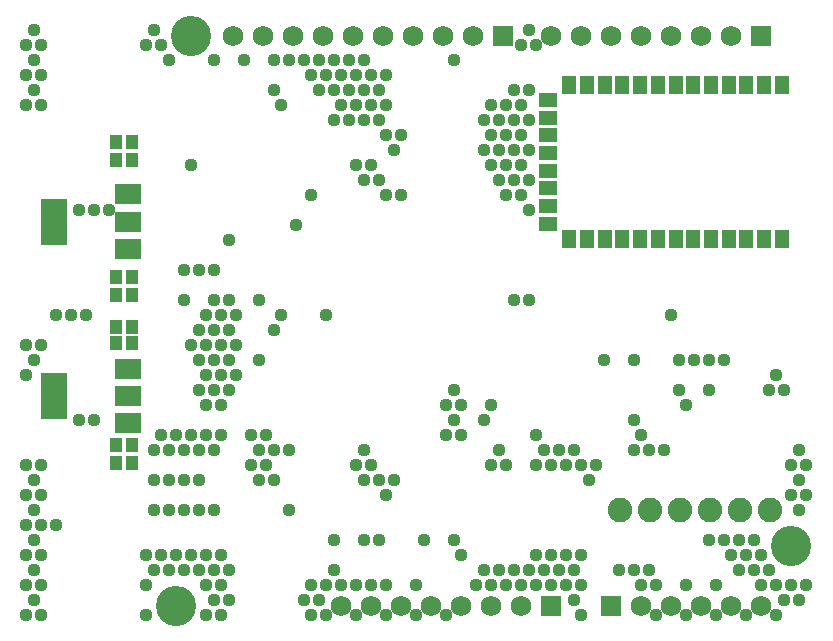
<source format=gbs>
G04 Layer_Color=16711935*
%FSLAX25Y25*%
%MOIN*%
G70*
G01*
G75*
%ADD57R,0.04343X0.04737*%
%ADD70R,0.06800X0.06800*%
%ADD71C,0.06800*%
%ADD72C,0.08200*%
%ADD73C,0.13398*%
%ADD74C,0.04400*%
%ADD75R,0.08674X0.06706*%
%ADD76R,0.08674X0.15761*%
%ADD77R,0.04737X0.05918*%
%ADD78R,0.05918X0.04737*%
D57*
X34866Y103000D02*
D03*
X40181D02*
D03*
X34866Y97500D02*
D03*
X40181D02*
D03*
X34866Y57500D02*
D03*
X40181D02*
D03*
X34866Y63500D02*
D03*
X40181D02*
D03*
X34866Y158500D02*
D03*
X40181D02*
D03*
X34866Y164500D02*
D03*
X40181D02*
D03*
X34843Y119500D02*
D03*
X40157D02*
D03*
X34843Y113500D02*
D03*
X40157D02*
D03*
D70*
X200000Y10000D02*
D03*
X180000D02*
D03*
X164000Y200000D02*
D03*
X250000D02*
D03*
D71*
X210000Y10000D02*
D03*
X220000D02*
D03*
X230000D02*
D03*
X240000D02*
D03*
X250000D02*
D03*
X150000D02*
D03*
X140000D02*
D03*
X130000D02*
D03*
X120000D02*
D03*
X110000D02*
D03*
X170000D02*
D03*
X160000D02*
D03*
X154000Y200000D02*
D03*
X144000D02*
D03*
X134000D02*
D03*
X124000D02*
D03*
X114000D02*
D03*
X104000D02*
D03*
X94000D02*
D03*
X84000D02*
D03*
X74000D02*
D03*
X230000D02*
D03*
X240000D02*
D03*
X180000D02*
D03*
X190000D02*
D03*
X200000D02*
D03*
X210000D02*
D03*
X220000D02*
D03*
D72*
X203000Y42000D02*
D03*
X213000D02*
D03*
X223000D02*
D03*
X233000D02*
D03*
X243000D02*
D03*
X253000D02*
D03*
D73*
X260000Y30000D02*
D03*
X55000Y10000D02*
D03*
X60000Y200000D02*
D03*
D74*
X265000Y57000D02*
D03*
Y47000D02*
D03*
Y17000D02*
D03*
X262500Y62000D02*
D03*
X260000Y57000D02*
D03*
X262500Y52000D02*
D03*
X260000Y47000D02*
D03*
X262500Y42000D02*
D03*
X260000Y17000D02*
D03*
X262500Y12000D02*
D03*
X255000Y87000D02*
D03*
X257500Y82000D02*
D03*
X255000Y17000D02*
D03*
X257500Y12000D02*
D03*
X255000Y7000D02*
D03*
X252500Y82000D02*
D03*
X250000Y27000D02*
D03*
X252500Y22000D02*
D03*
X250000Y17000D02*
D03*
X247500Y32000D02*
D03*
X245000Y27000D02*
D03*
X247500Y22000D02*
D03*
X245000Y7000D02*
D03*
X242500Y32000D02*
D03*
X240000Y27000D02*
D03*
X242500Y22000D02*
D03*
X237500Y92000D02*
D03*
Y32000D02*
D03*
X235000Y17000D02*
D03*
Y7000D02*
D03*
X232500Y92000D02*
D03*
Y82000D02*
D03*
Y32000D02*
D03*
X227500Y92000D02*
D03*
X225000Y77000D02*
D03*
Y17000D02*
D03*
Y7000D02*
D03*
X220000Y107000D02*
D03*
X222500Y92000D02*
D03*
Y82000D02*
D03*
X217500Y62000D02*
D03*
X215000Y17000D02*
D03*
Y7000D02*
D03*
X210000Y67000D02*
D03*
X212500Y62000D02*
D03*
Y22000D02*
D03*
X210000Y17000D02*
D03*
X207500Y92000D02*
D03*
Y72000D02*
D03*
Y62000D02*
D03*
Y22000D02*
D03*
X202500D02*
D03*
X197500Y92000D02*
D03*
X195000Y57000D02*
D03*
X190000D02*
D03*
X192500Y52000D02*
D03*
X190000Y27000D02*
D03*
Y17000D02*
D03*
Y7000D02*
D03*
X187500Y62000D02*
D03*
X185000Y57000D02*
D03*
Y27000D02*
D03*
X187500Y22000D02*
D03*
X185000Y17000D02*
D03*
X187500Y12000D02*
D03*
X182500Y62000D02*
D03*
X180000Y57000D02*
D03*
Y27000D02*
D03*
X182500Y22000D02*
D03*
X180000Y17000D02*
D03*
X175000Y197000D02*
D03*
Y67000D02*
D03*
X177500Y62000D02*
D03*
X175000Y57000D02*
D03*
Y27000D02*
D03*
X177500Y22000D02*
D03*
X175000Y17000D02*
D03*
X172500Y202000D02*
D03*
X170000Y197000D02*
D03*
X172500Y182000D02*
D03*
X170000Y177000D02*
D03*
X172500Y172000D02*
D03*
X170000Y167000D02*
D03*
X172500Y162000D02*
D03*
X170000Y157000D02*
D03*
X172500Y152000D02*
D03*
X170000Y147000D02*
D03*
X172500Y142000D02*
D03*
Y112000D02*
D03*
Y22000D02*
D03*
X170000Y17000D02*
D03*
X167500Y182000D02*
D03*
X165000Y177000D02*
D03*
X167500Y172000D02*
D03*
X165000Y167000D02*
D03*
X167500Y162000D02*
D03*
X165000Y157000D02*
D03*
X167500Y152000D02*
D03*
X165000Y147000D02*
D03*
X167500Y112000D02*
D03*
X165000Y57000D02*
D03*
X167500Y22000D02*
D03*
X165000Y17000D02*
D03*
X160000Y177000D02*
D03*
X162500Y172000D02*
D03*
X160000Y167000D02*
D03*
X162500Y162000D02*
D03*
X160000Y157000D02*
D03*
X162500Y152000D02*
D03*
X160000Y77000D02*
D03*
X162500Y62000D02*
D03*
X160000Y57000D02*
D03*
X162500Y22000D02*
D03*
X160000Y17000D02*
D03*
X157500Y172000D02*
D03*
Y162000D02*
D03*
Y72000D02*
D03*
Y22000D02*
D03*
X155000Y17000D02*
D03*
X150000Y77000D02*
D03*
Y67000D02*
D03*
Y27000D02*
D03*
X147500Y192000D02*
D03*
Y82000D02*
D03*
X145000Y77000D02*
D03*
X147500Y72000D02*
D03*
X145000Y67000D02*
D03*
X147500Y32000D02*
D03*
X145000Y7000D02*
D03*
X137500Y32000D02*
D03*
X135000Y17000D02*
D03*
Y7000D02*
D03*
X130000Y167000D02*
D03*
Y147000D02*
D03*
X125000Y187000D02*
D03*
Y177000D02*
D03*
Y167000D02*
D03*
X127500Y162000D02*
D03*
X125000Y147000D02*
D03*
X127500Y52000D02*
D03*
X125000Y47000D02*
D03*
Y17000D02*
D03*
Y7000D02*
D03*
X120000Y187000D02*
D03*
X122500Y182000D02*
D03*
X120000Y177000D02*
D03*
X122500Y172000D02*
D03*
X120000Y157000D02*
D03*
X122500Y152000D02*
D03*
X120000Y57000D02*
D03*
X122500Y52000D02*
D03*
Y32000D02*
D03*
X120000Y17000D02*
D03*
X117500Y192000D02*
D03*
X115000Y187000D02*
D03*
X117500Y182000D02*
D03*
X115000Y177000D02*
D03*
X117500Y172000D02*
D03*
X115000Y157000D02*
D03*
X117500Y152000D02*
D03*
Y62000D02*
D03*
X115000Y57000D02*
D03*
X117500Y52000D02*
D03*
Y32000D02*
D03*
X115000Y17000D02*
D03*
Y7000D02*
D03*
X112500Y192000D02*
D03*
X110000Y187000D02*
D03*
X112500Y182000D02*
D03*
X110000Y177000D02*
D03*
X112500Y172000D02*
D03*
X110000Y17000D02*
D03*
X107500Y192000D02*
D03*
X105000Y187000D02*
D03*
X107500Y182000D02*
D03*
Y172000D02*
D03*
X105000Y107000D02*
D03*
X107500Y32000D02*
D03*
Y22000D02*
D03*
X105000Y17000D02*
D03*
Y7000D02*
D03*
X102500Y192000D02*
D03*
X100000Y187000D02*
D03*
X102500Y182000D02*
D03*
X100000Y147000D02*
D03*
Y17000D02*
D03*
X102500Y12000D02*
D03*
X100000Y7000D02*
D03*
X97500Y192000D02*
D03*
X95000Y137000D02*
D03*
X97500Y12000D02*
D03*
X92500Y192000D02*
D03*
X90000Y177000D02*
D03*
Y107000D02*
D03*
X92500Y62000D02*
D03*
Y42000D02*
D03*
X87500Y192000D02*
D03*
Y182000D02*
D03*
Y102000D02*
D03*
X85000Y67000D02*
D03*
X87500Y62000D02*
D03*
X85000Y57000D02*
D03*
X87500Y52000D02*
D03*
X82500Y112000D02*
D03*
Y92000D02*
D03*
X80000Y67000D02*
D03*
X82500Y62000D02*
D03*
X80000Y57000D02*
D03*
X82500Y52000D02*
D03*
X77500Y192000D02*
D03*
X75000Y107000D02*
D03*
Y97000D02*
D03*
Y87000D02*
D03*
X72500Y132000D02*
D03*
Y112000D02*
D03*
X70000Y107000D02*
D03*
X72500Y102000D02*
D03*
X70000Y97000D02*
D03*
X72500Y92000D02*
D03*
X70000Y87000D02*
D03*
X72500Y82000D02*
D03*
X70000Y77000D02*
D03*
Y67000D02*
D03*
Y27000D02*
D03*
X72500Y22000D02*
D03*
X70000Y17000D02*
D03*
X72500Y12000D02*
D03*
X70000Y7000D02*
D03*
X67500Y192000D02*
D03*
Y122000D02*
D03*
Y112000D02*
D03*
X65000Y107000D02*
D03*
X67500Y102000D02*
D03*
X65000Y97000D02*
D03*
X67500Y92000D02*
D03*
X65000Y87000D02*
D03*
X67500Y82000D02*
D03*
X65000Y77000D02*
D03*
Y67000D02*
D03*
X67500Y62000D02*
D03*
Y42000D02*
D03*
X65000Y27000D02*
D03*
X67500Y22000D02*
D03*
X65000Y17000D02*
D03*
X67500Y12000D02*
D03*
X65000Y7000D02*
D03*
X60000Y157000D02*
D03*
X62500Y122000D02*
D03*
Y102000D02*
D03*
X60000Y97000D02*
D03*
X62500Y92000D02*
D03*
Y82000D02*
D03*
X60000Y67000D02*
D03*
X62500Y62000D02*
D03*
Y52000D02*
D03*
Y42000D02*
D03*
X60000Y27000D02*
D03*
X62500Y22000D02*
D03*
X57500Y122000D02*
D03*
Y112000D02*
D03*
X55000Y67000D02*
D03*
X57500Y62000D02*
D03*
Y52000D02*
D03*
Y42000D02*
D03*
X55000Y27000D02*
D03*
X57500Y22000D02*
D03*
X50000Y197000D02*
D03*
X52500Y192000D02*
D03*
X50000Y67000D02*
D03*
X52500Y62000D02*
D03*
Y52000D02*
D03*
Y42000D02*
D03*
X50000Y27000D02*
D03*
X52500Y22000D02*
D03*
X47500Y202000D02*
D03*
X45000Y197000D02*
D03*
X47500Y62000D02*
D03*
Y52000D02*
D03*
Y42000D02*
D03*
X45000Y27000D02*
D03*
X47500Y22000D02*
D03*
X45000Y17000D02*
D03*
Y7000D02*
D03*
X32500Y142000D02*
D03*
X27500D02*
D03*
X25000Y107000D02*
D03*
X27500Y72000D02*
D03*
X22500Y142000D02*
D03*
X20000Y107000D02*
D03*
X22500Y72000D02*
D03*
X15000Y107000D02*
D03*
Y37000D02*
D03*
X10000Y197000D02*
D03*
Y187000D02*
D03*
Y177000D02*
D03*
Y97000D02*
D03*
Y57000D02*
D03*
Y47000D02*
D03*
Y37000D02*
D03*
Y27000D02*
D03*
Y17000D02*
D03*
Y7000D02*
D03*
X7500Y202000D02*
D03*
X5000Y197000D02*
D03*
X7500Y192000D02*
D03*
X5000Y187000D02*
D03*
X7500Y182000D02*
D03*
X5000Y177000D02*
D03*
Y97000D02*
D03*
X7500Y92000D02*
D03*
X5000Y87000D02*
D03*
Y57000D02*
D03*
X7500Y52000D02*
D03*
X5000Y47000D02*
D03*
X7500Y42000D02*
D03*
X5000Y37000D02*
D03*
X7500Y32000D02*
D03*
X5000Y27000D02*
D03*
X7500Y22000D02*
D03*
X5000Y17000D02*
D03*
X7500Y12000D02*
D03*
X5000Y7000D02*
D03*
D75*
X38902Y88827D02*
D03*
Y79772D02*
D03*
Y70717D02*
D03*
Y147055D02*
D03*
Y138000D02*
D03*
Y128945D02*
D03*
D76*
X14098Y79772D02*
D03*
Y138000D02*
D03*
D77*
X185945Y132319D02*
D03*
X191850D02*
D03*
X197756D02*
D03*
X203661D02*
D03*
X209567D02*
D03*
X215472D02*
D03*
X221378D02*
D03*
X227284D02*
D03*
X233189D02*
D03*
X239094D02*
D03*
X245000D02*
D03*
X250905D02*
D03*
X256811D02*
D03*
Y183500D02*
D03*
X250905D02*
D03*
X245000D02*
D03*
X239094D02*
D03*
X233189D02*
D03*
X227284D02*
D03*
X221378D02*
D03*
X215472D02*
D03*
X209567D02*
D03*
X203661D02*
D03*
X197756D02*
D03*
X191850D02*
D03*
X185945D02*
D03*
D78*
X178858Y178579D02*
D03*
Y172673D02*
D03*
Y166768D02*
D03*
Y160862D02*
D03*
Y149051D02*
D03*
Y143146D02*
D03*
Y137240D02*
D03*
Y154957D02*
D03*
M02*

</source>
